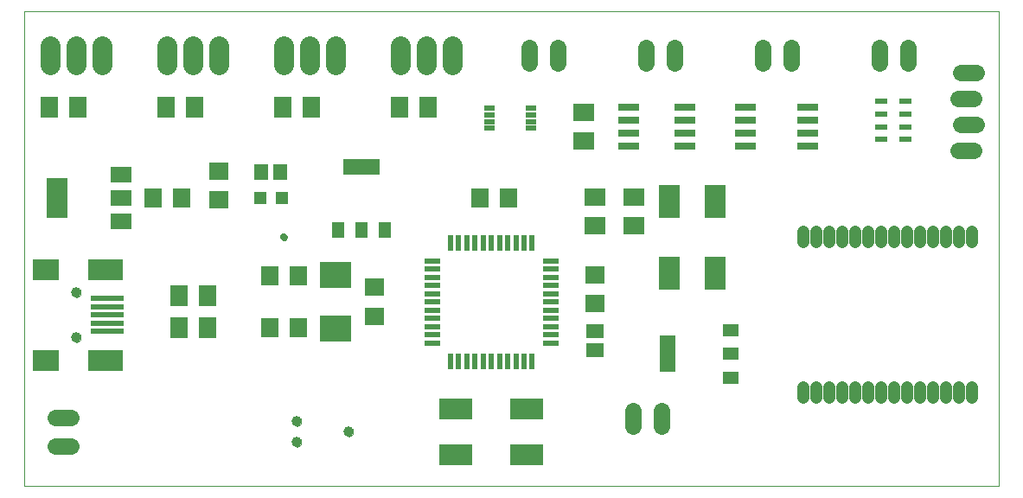
<source format=gts>
G75*
%MOIN*%
%OFA0B0*%
%FSLAX24Y24*%
%IPPOS*%
%LPD*%
%AMOC8*
5,1,8,0,0,1.08239X$1,22.5*
%
%ADD10C,0.0000*%
%ADD11C,0.0276*%
%ADD12R,0.0512X0.0512*%
%ADD13R,0.0552X0.0631*%
%ADD14R,0.0749X0.0670*%
%ADD15C,0.0390*%
%ADD16R,0.0237X0.0631*%
%ADD17R,0.0631X0.0237*%
%ADD18R,0.1290X0.0790*%
%ADD19R,0.0670X0.0749*%
%ADD20R,0.0750X0.0670*%
%ADD21R,0.0670X0.0552*%
%ADD22R,0.1221X0.1024*%
%ADD23R,0.1024X0.0827*%
%ADD24R,0.1339X0.0827*%
%ADD25R,0.1260X0.0237*%
%ADD26C,0.0394*%
%ADD27R,0.0670X0.0827*%
%ADD28R,0.0830X0.0630*%
%ADD29R,0.0830X0.1540*%
%ADD30R,0.0790X0.1290*%
%ADD31C,0.0640*%
%ADD32R,0.0827X0.0670*%
%ADD33R,0.0840X0.0300*%
%ADD34R,0.0512X0.0237*%
%ADD35R,0.0591X0.0512*%
%ADD36R,0.0591X0.1418*%
%ADD37R,0.0512X0.0591*%
%ADD38R,0.1418X0.0591*%
%ADD39C,0.0780*%
%ADD40R,0.0434X0.0217*%
%ADD41C,0.0453*%
D10*
X003100Y002310D02*
X003100Y020606D01*
X040670Y020606D01*
X040670Y002310D01*
X003100Y002310D01*
X004923Y008044D02*
X004925Y008070D01*
X004931Y008096D01*
X004941Y008121D01*
X004954Y008144D01*
X004970Y008164D01*
X004990Y008182D01*
X005012Y008197D01*
X005035Y008209D01*
X005061Y008217D01*
X005087Y008221D01*
X005113Y008221D01*
X005139Y008217D01*
X005165Y008209D01*
X005189Y008197D01*
X005210Y008182D01*
X005230Y008164D01*
X005246Y008144D01*
X005259Y008121D01*
X005269Y008096D01*
X005275Y008070D01*
X005277Y008044D01*
X005275Y008018D01*
X005269Y007992D01*
X005259Y007967D01*
X005246Y007944D01*
X005230Y007924D01*
X005210Y007906D01*
X005188Y007891D01*
X005165Y007879D01*
X005139Y007871D01*
X005113Y007867D01*
X005087Y007867D01*
X005061Y007871D01*
X005035Y007879D01*
X005011Y007891D01*
X004990Y007906D01*
X004970Y007924D01*
X004954Y007944D01*
X004941Y007967D01*
X004931Y007992D01*
X004925Y008018D01*
X004923Y008044D01*
X004923Y009776D02*
X004925Y009802D01*
X004931Y009828D01*
X004941Y009853D01*
X004954Y009876D01*
X004970Y009896D01*
X004990Y009914D01*
X005012Y009929D01*
X005035Y009941D01*
X005061Y009949D01*
X005087Y009953D01*
X005113Y009953D01*
X005139Y009949D01*
X005165Y009941D01*
X005189Y009929D01*
X005210Y009914D01*
X005230Y009896D01*
X005246Y009876D01*
X005259Y009853D01*
X005269Y009828D01*
X005275Y009802D01*
X005277Y009776D01*
X005275Y009750D01*
X005269Y009724D01*
X005259Y009699D01*
X005246Y009676D01*
X005230Y009656D01*
X005210Y009638D01*
X005188Y009623D01*
X005165Y009611D01*
X005139Y009603D01*
X005113Y009599D01*
X005087Y009599D01*
X005061Y009603D01*
X005035Y009611D01*
X005011Y009623D01*
X004990Y009638D01*
X004970Y009656D01*
X004954Y009676D01*
X004941Y009699D01*
X004931Y009724D01*
X004925Y009750D01*
X004923Y009776D01*
X012982Y011910D02*
X012984Y011931D01*
X012990Y011951D01*
X012999Y011971D01*
X013011Y011988D01*
X013026Y012002D01*
X013044Y012014D01*
X013064Y012022D01*
X013084Y012027D01*
X013105Y012028D01*
X013126Y012025D01*
X013146Y012019D01*
X013165Y012008D01*
X013182Y011995D01*
X013195Y011979D01*
X013206Y011961D01*
X013214Y011941D01*
X013218Y011921D01*
X013218Y011899D01*
X013214Y011879D01*
X013206Y011859D01*
X013195Y011841D01*
X013182Y011825D01*
X013165Y011812D01*
X013146Y011801D01*
X013126Y011795D01*
X013105Y011792D01*
X013084Y011793D01*
X013064Y011798D01*
X013044Y011806D01*
X013026Y011818D01*
X013011Y011832D01*
X012999Y011849D01*
X012990Y011869D01*
X012984Y011889D01*
X012982Y011910D01*
X013425Y004810D02*
X013427Y004836D01*
X013433Y004862D01*
X013442Y004886D01*
X013455Y004909D01*
X013472Y004929D01*
X013491Y004947D01*
X013513Y004962D01*
X013536Y004973D01*
X013561Y004981D01*
X013587Y004985D01*
X013613Y004985D01*
X013639Y004981D01*
X013664Y004973D01*
X013688Y004962D01*
X013709Y004947D01*
X013728Y004929D01*
X013745Y004909D01*
X013758Y004886D01*
X013767Y004862D01*
X013773Y004836D01*
X013775Y004810D01*
X013773Y004784D01*
X013767Y004758D01*
X013758Y004734D01*
X013745Y004711D01*
X013728Y004691D01*
X013709Y004673D01*
X013687Y004658D01*
X013664Y004647D01*
X013639Y004639D01*
X013613Y004635D01*
X013587Y004635D01*
X013561Y004639D01*
X013536Y004647D01*
X013512Y004658D01*
X013491Y004673D01*
X013472Y004691D01*
X013455Y004711D01*
X013442Y004734D01*
X013433Y004758D01*
X013427Y004784D01*
X013425Y004810D01*
X013425Y004010D02*
X013427Y004036D01*
X013433Y004062D01*
X013442Y004086D01*
X013455Y004109D01*
X013472Y004129D01*
X013491Y004147D01*
X013513Y004162D01*
X013536Y004173D01*
X013561Y004181D01*
X013587Y004185D01*
X013613Y004185D01*
X013639Y004181D01*
X013664Y004173D01*
X013688Y004162D01*
X013709Y004147D01*
X013728Y004129D01*
X013745Y004109D01*
X013758Y004086D01*
X013767Y004062D01*
X013773Y004036D01*
X013775Y004010D01*
X013773Y003984D01*
X013767Y003958D01*
X013758Y003934D01*
X013745Y003911D01*
X013728Y003891D01*
X013709Y003873D01*
X013687Y003858D01*
X013664Y003847D01*
X013639Y003839D01*
X013613Y003835D01*
X013587Y003835D01*
X013561Y003839D01*
X013536Y003847D01*
X013512Y003858D01*
X013491Y003873D01*
X013472Y003891D01*
X013455Y003911D01*
X013442Y003934D01*
X013433Y003958D01*
X013427Y003984D01*
X013425Y004010D01*
X015425Y004410D02*
X015427Y004436D01*
X015433Y004462D01*
X015442Y004486D01*
X015455Y004509D01*
X015472Y004529D01*
X015491Y004547D01*
X015513Y004562D01*
X015536Y004573D01*
X015561Y004581D01*
X015587Y004585D01*
X015613Y004585D01*
X015639Y004581D01*
X015664Y004573D01*
X015688Y004562D01*
X015709Y004547D01*
X015728Y004529D01*
X015745Y004509D01*
X015758Y004486D01*
X015767Y004462D01*
X015773Y004436D01*
X015775Y004410D01*
X015773Y004384D01*
X015767Y004358D01*
X015758Y004334D01*
X015745Y004311D01*
X015728Y004291D01*
X015709Y004273D01*
X015687Y004258D01*
X015664Y004247D01*
X015639Y004239D01*
X015613Y004235D01*
X015587Y004235D01*
X015561Y004239D01*
X015536Y004247D01*
X015512Y004258D01*
X015491Y004273D01*
X015472Y004291D01*
X015455Y004311D01*
X015442Y004334D01*
X015433Y004358D01*
X015427Y004384D01*
X015425Y004410D01*
D11*
X013100Y011910D03*
D12*
X013013Y013410D03*
X012187Y013410D03*
D13*
X012226Y014410D03*
X012974Y014410D03*
D14*
X010600Y014461D03*
X010600Y013359D03*
X025100Y010461D03*
X025100Y009359D03*
D15*
X015600Y004410D03*
X013600Y004010D03*
X013600Y004810D03*
D16*
X019525Y007127D03*
X019840Y007127D03*
X020155Y007127D03*
X020470Y007127D03*
X020785Y007127D03*
X021100Y007127D03*
X021415Y007127D03*
X021730Y007127D03*
X022045Y007127D03*
X022360Y007127D03*
X022675Y007127D03*
X022675Y011694D03*
X022360Y011694D03*
X022045Y011694D03*
X021730Y011694D03*
X021415Y011694D03*
X021100Y011694D03*
X020785Y011694D03*
X020470Y011694D03*
X020155Y011694D03*
X019840Y011694D03*
X019525Y011694D03*
D17*
X018817Y010985D03*
X018817Y010670D03*
X018817Y010355D03*
X018817Y010040D03*
X018817Y009725D03*
X018817Y009410D03*
X018817Y009095D03*
X018817Y008780D03*
X018817Y008465D03*
X018817Y008150D03*
X018817Y007835D03*
X023383Y007835D03*
X023383Y008150D03*
X023383Y008465D03*
X023383Y008780D03*
X023383Y009095D03*
X023383Y009410D03*
X023383Y009725D03*
X023383Y010040D03*
X023383Y010355D03*
X023383Y010670D03*
X023383Y010985D03*
D18*
X022475Y005285D03*
X022475Y003535D03*
X019725Y003535D03*
X019725Y005285D03*
D19*
X013651Y008410D03*
X012549Y008410D03*
X012549Y010410D03*
X013651Y010410D03*
X009151Y013410D03*
X008049Y013410D03*
X020674Y013410D03*
X021776Y013410D03*
D20*
X016600Y009970D03*
X016600Y008850D03*
D21*
X025100Y008284D03*
X025100Y007536D03*
D22*
X015100Y008400D03*
X015100Y010459D03*
D23*
X003919Y010662D03*
X003919Y007158D03*
D24*
X006242Y007158D03*
X006242Y010662D03*
D25*
X006281Y009540D03*
X006281Y009225D03*
X006281Y008910D03*
X006281Y008595D03*
X006281Y008280D03*
D26*
X005100Y008044D03*
X005100Y009776D03*
D27*
X009049Y009660D03*
X010151Y009660D03*
X010151Y008410D03*
X009049Y008410D03*
X008549Y016910D03*
X009651Y016910D03*
X013049Y016910D03*
X014151Y016910D03*
X017549Y016910D03*
X018651Y016910D03*
X005151Y016910D03*
X004049Y016910D03*
D28*
X006840Y014320D03*
X006840Y013420D03*
X006840Y012520D03*
D29*
X004360Y013410D03*
D30*
X027975Y013285D03*
X029725Y013285D03*
X029725Y010535D03*
X027975Y010535D03*
D31*
X027650Y005210D02*
X027650Y004610D01*
X026550Y004610D02*
X026550Y005210D01*
X039080Y015250D02*
X039680Y015250D01*
X039780Y016250D02*
X039180Y016250D01*
X039080Y017250D02*
X039680Y017250D01*
X039780Y018250D02*
X039180Y018250D01*
X037150Y018610D02*
X037150Y019210D01*
X036050Y019210D02*
X036050Y018610D01*
X032650Y018610D02*
X032650Y019210D01*
X031550Y019210D02*
X031550Y018610D01*
X028150Y018610D02*
X028150Y019210D01*
X027050Y019210D02*
X027050Y018610D01*
X023650Y018610D02*
X023650Y019210D01*
X022550Y019210D02*
X022550Y018610D01*
X004900Y004960D02*
X004300Y004960D01*
X004300Y003860D02*
X004900Y003860D01*
D32*
X024660Y015619D03*
X024660Y016721D03*
X025100Y013461D03*
X025100Y012359D03*
X026600Y012359D03*
X026600Y013461D03*
D33*
X026390Y015410D03*
X026390Y015910D03*
X026390Y016410D03*
X026390Y016910D03*
X028560Y016910D03*
X028560Y016410D03*
X028560Y015910D03*
X028560Y015410D03*
X030890Y015410D03*
X030890Y015910D03*
X030890Y016410D03*
X030890Y016910D03*
X033310Y016910D03*
X033310Y016410D03*
X033310Y015910D03*
X033310Y015410D03*
D34*
X036128Y015672D03*
X036128Y016164D03*
X036128Y016656D03*
X036128Y017148D03*
X037072Y017148D03*
X037072Y016656D03*
X037072Y016164D03*
X037072Y015672D03*
D35*
X030320Y008320D03*
X030320Y007410D03*
X030320Y006500D03*
D36*
X027880Y007410D03*
D37*
X017010Y012190D03*
X016100Y012190D03*
X015190Y012190D03*
D38*
X016100Y014630D03*
D39*
X015100Y018540D02*
X015100Y019280D01*
X014100Y019280D02*
X014100Y018540D01*
X013100Y018540D02*
X013100Y019280D01*
X010600Y019280D02*
X010600Y018540D01*
X009600Y018540D02*
X009600Y019280D01*
X008600Y019280D02*
X008600Y018540D01*
X006100Y018540D02*
X006100Y019280D01*
X005100Y019280D02*
X005100Y018540D01*
X004100Y018540D02*
X004100Y019280D01*
X017600Y019280D02*
X017600Y018540D01*
X018600Y018540D02*
X018600Y019280D01*
X019600Y019280D02*
X019600Y018540D01*
D40*
X021013Y016874D03*
X021013Y016618D03*
X021013Y016362D03*
X021013Y016106D03*
X022627Y016106D03*
X022627Y016362D03*
X022627Y016618D03*
X022627Y016874D03*
D41*
X033115Y012132D02*
X033115Y011719D01*
X033615Y011719D02*
X033615Y012132D01*
X034115Y012132D02*
X034115Y011719D01*
X034615Y011719D02*
X034615Y012132D01*
X035115Y012132D02*
X035115Y011719D01*
X035615Y011719D02*
X035615Y012132D01*
X036115Y012132D02*
X036115Y011719D01*
X036615Y011719D02*
X036615Y012132D01*
X037115Y012132D02*
X037115Y011719D01*
X037615Y011719D02*
X037615Y012132D01*
X038115Y012132D02*
X038115Y011719D01*
X038615Y011719D02*
X038615Y012132D01*
X039115Y012132D02*
X039115Y011719D01*
X039615Y011719D02*
X039615Y012132D01*
X039615Y006132D02*
X039615Y005719D01*
X039115Y005719D02*
X039115Y006132D01*
X038615Y006132D02*
X038615Y005719D01*
X038115Y005719D02*
X038115Y006132D01*
X037615Y006132D02*
X037615Y005719D01*
X037115Y005719D02*
X037115Y006132D01*
X036615Y006132D02*
X036615Y005719D01*
X036115Y005719D02*
X036115Y006132D01*
X035615Y006132D02*
X035615Y005719D01*
X035115Y005719D02*
X035115Y006132D01*
X034615Y006132D02*
X034615Y005719D01*
X034115Y005719D02*
X034115Y006132D01*
X033615Y006132D02*
X033615Y005719D01*
X033115Y005719D02*
X033115Y006132D01*
M02*

</source>
